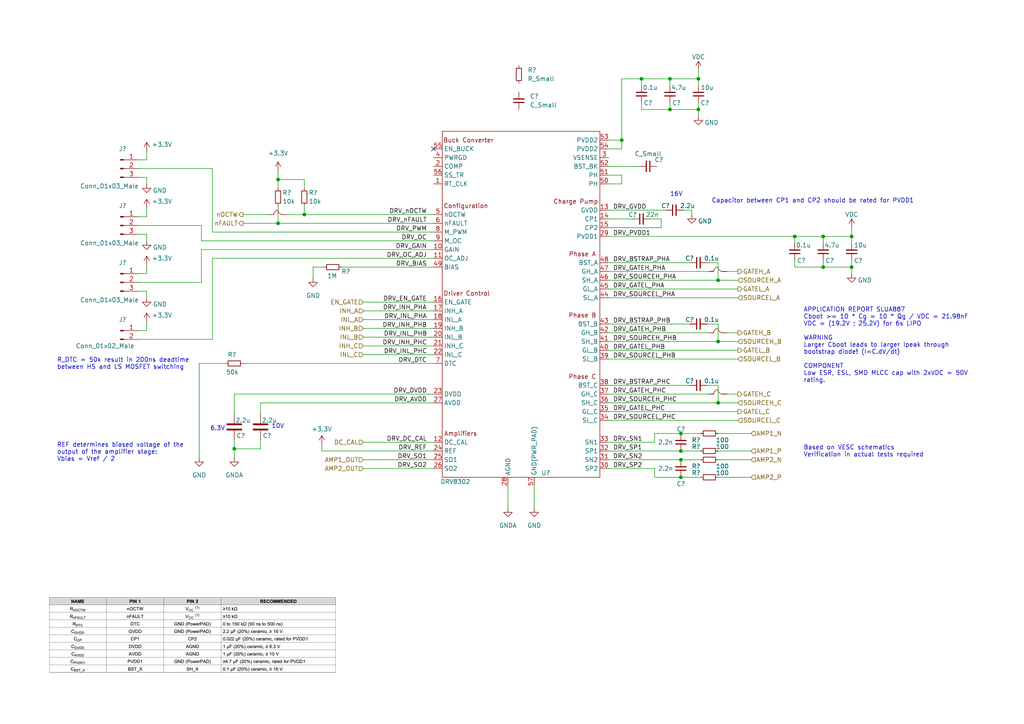
<source format=kicad_sch>
(kicad_sch (version 20211123) (generator eeschema)
  (paper "A4")
  (title_block (title "Mosfet Driver") (date "2022-08-13") (rev "1.0"))
  (lib_symbols
    (symbol "Connector:Conn_01x02_Male" (pin_names (offset 1.016) hide)
      (property "Reference" "J" (at 0 2.54 0))
      (property "Value" "Conn_01x02_Male" (at 0 -5.08 0))
      (symbol "Conn_01x02_Male_1_1"
        (polyline (pts (xy 1.27 -2.54) (xy 0.8636 -2.54)) (stroke (width 0.1524)))
        (polyline (pts (xy 1.27 0) (xy 0.8636 0)) (stroke (width 0.1524)))
        (rectangle (start 0.8636 -2.413) (end 0 -2.667) (stroke (width 0.1524)) (fill (type outline)))
        (rectangle (start 0.8636 0.127) (end 0 -0.127) (stroke (width 0.1524)) (fill (type outline)))
        (pin passive line (at 5.08 0 180) (length 3.81) (name "Pin_1") (number "1"))
        (pin passive line (at 5.08 -2.54 180) (length 3.81) (name "Pin_2") (number "2"))
      )
    )
    (symbol "Connector:Conn_01x03_Male" (pin_names (offset 1.016) hide)
      (property "Reference" "J" (at 0 5.08 0))
      (property "Value" "Conn_01x03_Male" (at 0 -5.08 0))
      (symbol "Conn_01x03_Male_1_1"
        (polyline (pts (xy 1.27 -2.54) (xy 0.8636 -2.54)) (stroke (width 0.1524)))
        (polyline (pts (xy 1.27 0) (xy 0.8636 0)) (stroke (width 0.1524)))
        (polyline (pts (xy 1.27 2.54) (xy 0.8636 2.54)) (stroke (width 0.1524)))
        (rectangle (start 0.8636 -2.413) (end 0 -2.667) (stroke (width 0.1524)) (fill (type outline)))
        (rectangle (start 0.8636 0.127) (end 0 -0.127) (stroke (width 0.1524)) (fill (type outline)))
        (rectangle (start 0.8636 2.667) (end 0 2.413) (stroke (width 0.1524)) (fill (type outline)))
        (pin passive line (at 5.08 2.54 180) (length 3.81) (name "Pin_1") (number "1"))
        (pin passive line (at 5.08 0 180) (length 3.81) (name "Pin_2") (number "2"))
        (pin passive line (at 5.08 -2.54 180) (length 3.81) (name "Pin_3") (number "3"))
      )
    )
    (symbol "DRV8302:DRV8302"
      (property "Reference" "U" (at -21.59 50.8 0))
      (property "Value" "DRV8302" (at -19.05 -52.07 0))
      (symbol "DRV8302_0_0"
        (text "Amplifiers" (at -17.526 -38.1 0) (effects (font (size 1.27 1.27))))
        (text "Buck Converter" (at -15.24 46.99 0) (effects (font (size 1.27 1.27))))
        (text "Charge Pump" (at 15.875 29.21 0) (effects (font (size 1.27 1.27))))
        (text "Configuration" (at -16.002 27.94 0) (effects (font (size 1.27 1.27))))
        (text "Driver Control" (at -15.748 2.54 0) (effects (font (size 1.27 1.27))))
        (text "Phase A" (at 17.78 13.97 0) (effects (font (size 1.27 1.27))))
        (text "Phase B" (at 17.78 -3.81 0) (effects (font (size 1.27 1.27))))
        (text "Phase C" (at 17.78 -21.59 0) (effects (font (size 1.27 1.27))))
      )
      (symbol "DRV8302_0_1"
        (rectangle (start -22.86 49.53) (end 22.86 -50.8))
      )
      (symbol "DRV8302_1_1"
        (pin input line (at -25.4 34.29 0) (length 2.54) (name "RT_CLK") (number "1"))
        (pin unspecified line (at -25.4 15.24 0) (length 2.54) (name "GAIN") (number "10"))
        (pin input line (at -25.4 12.7 0) (length 2.54) (name "OC_ADJ") (number "11"))
        (pin input line (at -25.4 -40.64 0) (length 2.54) (name "DC_CAL") (number "12"))
        (pin passive line (at 25.4 26.67 180) (length 2.54) (name "GVDD") (number "13"))
        (pin power_in line (at 25.4 24.13 180) (length 2.54) (name "CP1") (number "14"))
        (pin power_in line (at 25.4 21.59 180) (length 2.54) (name "CP2") (number "15"))
        (pin input line (at -25.4 0 0) (length 2.54) (name "EN_GATE") (number "16"))
        (pin input line (at -25.4 -2.54 0) (length 2.54) (name "INH_A") (number "17"))
        (pin input line (at -25.4 -5.08 0) (length 2.54) (name "INL_A") (number "18"))
        (pin input line (at -25.4 -7.62 0) (length 2.54) (name "INH_B") (number "19"))
        (pin output line (at -25.4 39.37 0) (length 2.54) (name "COMP") (number "2"))
        (pin input line (at -25.4 -10.16 0) (length 2.54) (name "INL_B") (number "20"))
        (pin input line (at -25.4 -12.7 0) (length 2.54) (name "INH_C") (number "21"))
        (pin input line (at -25.4 -15.24 0) (length 2.54) (name "INL_C") (number "22"))
        (pin passive line (at -25.4 -26.67 0) (length 2.54) (name "DVDD") (number "23"))
        (pin input line (at -25.4 -43.18 0) (length 2.54) (name "REF") (number "24"))
        (pin output line (at -25.4 -45.72 0) (length 2.54) (name "SO1") (number "25"))
        (pin output line (at -25.4 -48.26 0) (length 2.54) (name "SO2") (number "26"))
        (pin passive line (at -25.4 -29.21 0) (length 2.54) (name "AVDD") (number "27"))
        (pin power_in line (at -3.81 -53.34 90) (length 2.54) (name "AGND") (number "28"))
        (pin power_in line (at 25.4 19.05 180) (length 2.54) (name "PVDD1") (number "29"))
        (pin input line (at 25.4 41.91 180) (length 2.54) (name "VSENSE") (number "3"))
        (pin input line (at 25.4 -48.26 180) (length 2.54) (name "SP2") (number "30"))
        (pin input line (at 25.4 -45.72 180) (length 2.54) (name "SN2") (number "31"))
        (pin input line (at 25.4 -43.18 180) (length 2.54) (name "SP1") (number "32"))
        (pin input line (at 25.4 -40.64 180) (length 2.54) (name "SN1") (number "33"))
        (pin input line (at 25.4 -34.29 180) (length 2.54) (name "SL_C") (number "34"))
        (pin output line (at 25.4 -31.75 180) (length 2.54) (name "GL_C") (number "35"))
        (pin input line (at 25.4 -29.21 180) (length 2.54) (name "SH_C") (number "36"))
        (pin output line (at 25.4 -26.67 180) (length 2.54) (name "GH_C") (number "37"))
        (pin power_in line (at 25.4 -24.13 180) (length 2.54) (name "BST_C") (number "38"))
        (pin input line (at 25.4 -16.51 180) (length 2.54) (name "SL_B") (number "39"))
        (pin input line (at -25.4 41.91 0) (length 2.54) (name "PWRGD") (number "4"))
        (pin output line (at 25.4 -13.97 180) (length 2.54) (name "GL_B") (number "40"))
        (pin input line (at 25.4 -11.43 180) (length 2.54) (name "SH_B") (number "41"))
        (pin output line (at 25.4 -8.89 180) (length 2.54) (name "GH_B") (number "42"))
        (pin power_in line (at 25.4 -6.35 180) (length 2.54) (name "BST_B") (number "43"))
        (pin input line (at 25.4 1.27 180) (length 2.54) (name "SL_A") (number "44"))
        (pin output line (at 25.4 3.81 180) (length 2.54) (name "GL_A") (number "45"))
        (pin input line (at 25.4 6.35 180) (length 2.54) (name "SH_A") (number "46"))
        (pin output line (at 25.4 8.89 180) (length 2.54) (name "GH_A") (number "47"))
        (pin power_in line (at 25.4 11.43 180) (length 2.54) (name "BST_A") (number "48"))
        (pin input line (at -25.4 10.16 0) (length 2.54) (name "BIAS") (number "49"))
        (pin output line (at -25.4 25.4 0) (length 2.54) (name "nOCTW") (number "5"))
        (pin output line (at 25.4 34.29 180) (length 2.54) (name "PH") (number "50"))
        (pin output line (at 25.4 36.83 180) (length 2.54) (name "PH") (number "51"))
        (pin input line (at 25.4 39.37 180) (length 2.54) (name "BST_BK") (number "52"))
        (pin power_in line (at 25.4 46.99 180) (length 2.54) (name "PVDD2") (number "53"))
        (pin power_in line (at 25.4 44.45 180) (length 2.54) (name "PVDD2") (number "54"))
        (pin input line (at -25.4 44.45 0) (length 2.54) (name "EN_BUCK") (number "55"))
        (pin input line (at -25.4 36.83 0) (length 2.54) (name "SS_TR") (number "56"))
        (pin power_in line (at 3.81 -53.34 90) (length 2.54) (name "GND(PWR_PAD)") (number "57"))
        (pin output line (at -25.4 22.86 0) (length 2.54) (name "nFAULT") (number "6"))
        (pin input line (at -25.4 -17.78 0) (length 2.54) (name "DTC") (number "7"))
        (pin input line (at -25.4 20.32 0) (length 2.54) (name "M_PWM") (number "8"))
        (pin input line (at -25.4 17.78 0) (length 2.54) (name "M_OC") (number "9"))
      )
    )
    (symbol "Device:C" (pin_numbers hide) (pin_names (offset 0.254))
      (property "Reference" "C" (at 0.635 2.54 0))
      (property "Value" "C" (at 0.635 -2.54 0))
      (symbol "C_0_1"
        (polyline (pts (xy -2.032 -0.762) (xy 2.032 -0.762)) (stroke (width 0.508)))
        (polyline (pts (xy -2.032 0.762) (xy 2.032 0.762)) (stroke (width 0.508)))
      )
      (symbol "C_1_1"
        (pin passive line (at 0 3.81 270) (length 2.794) (name "~") (number "1"))
        (pin passive line (at 0 -3.81 90) (length 2.794) (name "~") (number "2"))
      )
    )
    (symbol "Device:C_Small" (pin_numbers hide) (pin_names (offset 0.254) hide)
      (property "Reference" "C" (at 0.254 1.778 0))
      (property "Value" "C_Small" (at 0.254 -2.032 0))
      (symbol "C_Small_0_1"
        (polyline (pts (xy -1.524 -0.508) (xy 1.524 -0.508)) (stroke (width 0.3302)))
        (polyline (pts (xy -1.524 0.508) (xy 1.524 0.508)) (stroke (width 0.3048)))
      )
      (symbol "C_Small_1_1"
        (pin passive line (at 0 2.54 270) (length 2.032) (name "~") (number "1"))
        (pin passive line (at 0 -2.54 90) (length 2.032) (name "~") (number "2"))
      )
    )
    (symbol "Device:R_Small" (pin_numbers hide) (pin_names (offset 0.254) hide)
      (property "Reference" "R" (at 0.762 0.508 0))
      (property "Value" "R_Small" (at 0.762 -1.016 0))
      (symbol "R_Small_0_1"
        (rectangle (start -0.762 1.778) (end 0.762 -1.778) (stroke (width 0.2032)))
      )
      (symbol "R_Small_1_1"
        (pin passive line (at 0 2.54 270) (length 0.762) (name "~") (number "1"))
        (pin passive line (at 0 -2.54 90) (length 0.762) (name "~") (number "2"))
      )
    )
    (symbol "RF_Module:HOP" (in_bom no) (on_board no)
      (symbol "HOP_0_1"
        (arc (start 0 1.27) (mid -0.898 0.898) (end -1.27 0))
        (arc (start 0 1.27) (mid -0.898 -0.898) (end 1.27 0))
      )
      (symbol "HOP_1_1"
        (pin unspecified line (at -2.54 0 0) (length 1.27) (name "") (number ""))
        (pin unspecified line (at 2.54 0 180) (length 1.27) (name "") (number ""))
      )
    )
    (symbol "power:+3.3V" (power) (pin_names (offset 0))
      (property "Value" "+3.3V" (at 0 3.556 0))
      (symbol "+3.3V_0_1"
        (polyline (pts (xy -0.762 1.27) (xy 0 2.54)))
        (polyline (pts (xy 0 0) (xy 0 2.54)))
        (polyline (pts (xy 0 2.54) (xy 0.762 1.27)))
      )
      (symbol "+3.3V_1_1"
        (pin power_in line (at 0 0 90) (length 0) hide (name "+3.3V") (number "1"))
      )
    )
    (symbol "power:GND" (power) (pin_names (offset 0))
      (property "Value" "GND" (at 0 -3.81 0))
      (symbol "GND_0_1"
        (polyline (pts (xy 0 0) (xy 0 -1.27) (xy 1.27 -1.27) (xy 0 -2.54) (xy -1.27 -1.27) (xy 0 -1.27)))
      )
      (symbol "GND_1_1"
        (pin power_in line (at 0 0 270) (length 0) hide (name "GND") (number "1"))
      )
    )
    (symbol "power:GNDA" (power) (pin_names (offset 0))
      (property "Value" "GNDA" (at 0 -3.81 0))
      (symbol "GNDA_0_1"
        (polyline (pts (xy 0 0) (xy 0 -1.27) (xy 1.27 -1.27) (xy 0 -2.54) (xy -1.27 -1.27) (xy 0 -1.27)))
      )
      (symbol "GNDA_1_1"
        (pin power_in line (at 0 0 270) (length 0) hide (name "GNDA") (number "1"))
      )
    )
    (symbol "power:VDC" (power) (pin_names (offset 0))
      (property "Value" "VDC" (at 0 6.35 0))
      (symbol "VDC_0_1"
        (polyline (pts (xy -0.762 1.27) (xy 0 2.54)))
        (polyline (pts (xy 0 0) (xy 0 2.54)))
        (polyline (pts (xy 0 2.54) (xy 0.762 1.27)))
      )
      (symbol "VDC_1_1"
        (pin power_in line (at 0 0 90) (length 0) hide (name "VDC") (number "1"))
      )
    )
  )
  (junction (at 80.645 52.07))
  (junction (at 197.485 138.43))
  (junction (at 208.28 99.06))
  (junction (at 194.31 22.86))
  (junction (at 247.015 68.58))
  (junction (at 208.28 116.84))
  (junction (at 230.505 68.58))
  (junction (at 238.76 77.47))
  (junction (at 197.485 133.35))
  (junction (at 197.485 130.81))
  (junction (at 186.055 22.86))
  (junction (at 194.31 31.75))
  (junction (at 180.34 40.64))
  (junction (at 238.76 68.58))
  (junction (at 88.265 62.23))
  (junction (at 202.565 31.75))
  (junction (at 197.485 125.73))
  (junction (at 80.645 64.77))
  (junction (at 247.015 77.47))
  (junction (at 202.565 22.86))
  (junction (at 67.945 130.175))
  (junction (at 208.28 81.28))
  (no_connect (at 125.73 43.18))
  (wire (pts (xy 186.055 22.86) (xy 186.055 24.765)))
  (wire (pts (xy 61.595 48.895) (xy 40.005 48.895)))
  (wire (pts (xy 40.005 67.945) (xy 42.545 67.945)))
  (wire (pts (xy 105.41 100.33) (xy 125.73 100.33)))
  (wire (pts (xy 67.945 130.175) (xy 67.945 127.635)))
  (wire (pts (xy 205.105 76.2) (xy 208.28 76.2)))
  (wire (pts (xy 208.28 130.81) (xy 217.805 130.81)))
  (wire (pts (xy 208.28 138.43) (xy 217.805 138.43)))
  (wire (pts (xy 40.005 51.435) (xy 42.545 51.435)))
  (wire (pts (xy 176.53 53.34) (xy 180.34 53.34)))
  (wire (pts (xy 197.485 138.43) (xy 203.2 138.43)))
  (wire (pts (xy 176.53 111.76) (xy 200.025 111.76)))
  (wire (pts (xy 105.41 87.63) (xy 125.73 87.63)))
  (wire (pts (xy 176.53 104.14) (xy 213.995 104.14)))
  (wire (pts (xy 176.53 130.81) (xy 197.485 130.81)))
  (wire (pts (xy 208.28 116.84) (xy 213.995 116.84)))
  (wire (pts (xy 176.53 83.82) (xy 213.995 83.82)))
  (wire (pts (xy 176.53 114.3) (xy 205.74 114.3)))
  (wire (pts (xy 189.865 135.89) (xy 189.865 138.43)))
  (wire (pts (xy 202.565 20.32) (xy 202.565 22.86)))
  (wire (pts (xy 202.565 24.765) (xy 202.565 22.86)))
  (wire (pts (xy 176.53 99.06) (xy 208.28 99.06)))
  (wire (pts (xy 230.505 68.58) (xy 238.76 68.58)))
  (wire (pts (xy 186.055 29.845) (xy 186.055 31.75)))
  (wire (pts (xy 105.41 102.87) (xy 125.73 102.87)))
  (wire (pts (xy 247.015 77.47) (xy 247.015 79.375)))
  (wire (pts (xy 125.73 130.81) (xy 93.345 130.81)))
  (wire (pts (xy 105.41 128.27) (xy 125.73 128.27)))
  (wire (pts (xy 210.82 78.74) (xy 213.995 78.74)))
  (wire (pts (xy 176.53 40.64) (xy 180.34 40.64)))
  (wire (pts (xy 80.645 49.53) (xy 80.645 52.07)))
  (wire (pts (xy 176.53 48.26) (xy 185.42 48.26)))
  (wire (pts (xy 70.485 64.77) (xy 80.645 64.77)))
  (wire (pts (xy 75.565 116.84) (xy 125.73 116.84)))
  (wire (pts (xy 176.53 93.98) (xy 200.025 93.98)))
  (wire (pts (xy 70.485 105.41) (xy 125.73 105.41)))
  (wire (pts (xy 42.545 79.375) (xy 42.545 76.835)))
  (wire (pts (xy 83.185 62.23) (xy 88.265 62.23)))
  (wire (pts (xy 176.53 96.52) (xy 205.74 96.52)))
  (wire (pts (xy 230.505 75.565) (xy 230.505 77.47)))
  (wire (pts (xy 197.485 130.81) (xy 203.2 130.81)))
  (wire (pts (xy 67.945 114.3) (xy 67.945 120.015)))
  (wire (pts (xy 197.485 133.35) (xy 203.2 133.35)))
  (wire (pts (xy 176.53 121.92) (xy 213.995 121.92)))
  (wire (pts (xy 176.53 50.8) (xy 180.34 50.8)))
  (wire (pts (xy 189.865 125.73) (xy 197.485 125.73)))
  (wire (pts (xy 205.105 93.98) (xy 208.28 93.98)))
  (wire (pts (xy 61.595 98.425) (xy 40.005 98.425)))
  (wire (pts (xy 61.595 48.895) (xy 61.595 67.31)))
  (wire (pts (xy 176.53 135.89) (xy 189.865 135.89)))
  (wire (pts (xy 42.545 46.355) (xy 42.545 43.815)))
  (wire (pts (xy 238.76 77.47) (xy 247.015 77.47)))
  (wire (pts (xy 194.31 22.86) (xy 194.31 24.765)))
  (wire (pts (xy 90.805 77.47) (xy 93.98 77.47)))
  (wire (pts (xy 125.73 67.31) (xy 61.595 67.31)))
  (wire (pts (xy 197.485 125.73) (xy 203.2 125.73)))
  (wire (pts (xy 208.28 76.2) (xy 208.28 81.28)))
  (wire (pts (xy 105.41 133.35) (xy 125.73 133.35)))
  (wire (pts (xy 176.53 81.28) (xy 208.28 81.28)))
  (wire (pts (xy 247.015 66.04) (xy 247.015 68.58)))
  (wire (pts (xy 186.055 31.75) (xy 194.31 31.75)))
  (wire (pts (xy 125.73 69.85) (xy 58.42 69.85)))
  (wire (pts (xy 176.53 119.38) (xy 213.995 119.38)))
  (wire (pts (xy 105.41 90.17) (xy 125.73 90.17)))
  (wire (pts (xy 40.005 62.865) (xy 42.545 62.865)))
  (wire (pts (xy 58.42 69.85) (xy 58.42 65.405)))
  (wire (pts (xy 88.265 62.23) (xy 125.73 62.23)))
  (wire (pts (xy 42.545 62.865) (xy 42.545 60.325)))
  (wire (pts (xy 180.34 40.64) (xy 180.34 43.18)))
  (wire (pts (xy 194.31 31.75) (xy 202.565 31.75)))
  (wire (pts (xy 176.53 133.35) (xy 197.485 133.35)))
  (wire (pts (xy 247.015 70.485) (xy 247.015 68.58)))
  (wire (pts (xy 105.41 92.71) (xy 125.73 92.71)))
  (wire (pts (xy 247.015 75.565) (xy 247.015 77.47)))
  (wire (pts (xy 176.53 86.36) (xy 213.995 86.36)))
  (wire (pts (xy 191.77 63.5) (xy 188.595 63.5)))
  (wire (pts (xy 176.53 128.27) (xy 189.865 128.27)))
  (wire (pts (xy 176.53 60.96) (xy 193.04 60.96)))
  (wire (pts (xy 80.645 52.07) (xy 80.645 54.61)))
  (wire (pts (xy 154.94 140.97) (xy 154.94 147.32)))
  (wire (pts (xy 70.485 62.23) (xy 78.105 62.23)))
  (wire (pts (xy 57.785 132.715) (xy 57.785 105.41)))
  (wire (pts (xy 147.32 140.97) (xy 147.32 147.32)))
  (wire (pts (xy 58.42 72.39) (xy 58.42 81.915)))
  (wire (pts (xy 40.005 46.355) (xy 42.545 46.355)))
  (wire (pts (xy 238.76 68.58) (xy 238.76 70.485)))
  (wire (pts (xy 176.53 66.04) (xy 191.77 66.04)))
  (wire (pts (xy 42.545 95.885) (xy 42.545 93.345)))
  (wire (pts (xy 186.055 22.86) (xy 194.31 22.86)))
  (wire (pts (xy 208.28 133.35) (xy 217.805 133.35)))
  (wire (pts (xy 180.34 22.86) (xy 180.34 40.64)))
  (wire (pts (xy 42.545 84.455) (xy 42.545 86.36)))
  (wire (pts (xy 200.66 60.96) (xy 200.66 62.23)))
  (wire (pts (xy 80.645 64.77) (xy 125.73 64.77)))
  (wire (pts (xy 189.865 128.27) (xy 189.865 125.73)))
  (wire (pts (xy 57.785 105.41) (xy 65.405 105.41)))
  (wire (pts (xy 88.265 54.61) (xy 88.265 52.07)))
  (wire (pts (xy 105.41 95.25) (xy 125.73 95.25)))
  (wire (pts (xy 208.28 81.28) (xy 213.995 81.28)))
  (wire (pts (xy 202.565 31.75) (xy 202.565 33.655)))
  (wire (pts (xy 189.865 138.43) (xy 197.485 138.43)))
  (wire (pts (xy 176.53 101.6) (xy 213.995 101.6)))
  (wire (pts (xy 40.005 79.375) (xy 42.545 79.375)))
  (wire (pts (xy 191.77 66.04) (xy 191.77 63.5)))
  (wire (pts (xy 67.945 130.175) (xy 67.945 132.715)))
  (wire (pts (xy 176.53 68.58) (xy 230.505 68.58)))
  (wire (pts (xy 42.545 51.435) (xy 42.545 53.34)))
  (wire (pts (xy 202.565 29.845) (xy 202.565 31.75)))
  (wire (pts (xy 176.53 76.2) (xy 200.025 76.2)))
  (wire (pts (xy 40.005 95.885) (xy 42.545 95.885)))
  (wire (pts (xy 238.76 75.565) (xy 238.76 77.47)))
  (wire (pts (xy 58.42 81.915) (xy 40.005 81.915)))
  (wire (pts (xy 42.545 67.945) (xy 42.545 69.85)))
  (wire (pts (xy 125.73 114.3) (xy 67.945 114.3)))
  (wire (pts (xy 210.82 96.52) (xy 213.995 96.52)))
  (wire (pts (xy 198.12 60.96) (xy 200.66 60.96)))
  (wire (pts (xy 176.53 78.74) (xy 205.74 78.74)))
  (wire (pts (xy 180.34 50.8) (xy 180.34 53.34)))
  (wire (pts (xy 210.82 114.3) (xy 213.995 114.3)))
  (wire (pts (xy 202.565 22.86) (xy 194.31 22.86)))
  (wire (pts (xy 105.41 97.79) (xy 125.73 97.79)))
  (wire (pts (xy 208.28 116.84) (xy 208.28 111.76)))
  (wire (pts (xy 61.595 74.93) (xy 61.595 98.425)))
  (wire (pts (xy 247.015 68.58) (xy 238.76 68.58)))
  (wire (pts (xy 208.28 99.06) (xy 208.28 93.98)))
  (wire (pts (xy 205.105 111.76) (xy 208.28 111.76)))
  (wire (pts (xy 99.06 77.47) (xy 125.73 77.47)))
  (wire (pts (xy 230.505 77.47) (xy 238.76 77.47)))
  (wire (pts (xy 88.265 62.23) (xy 88.265 59.69)))
  (wire (pts (xy 75.565 127.635) (xy 75.565 130.175)))
  (wire (pts (xy 176.53 116.84) (xy 208.28 116.84)))
  (wire (pts (xy 230.505 68.58) (xy 230.505 70.485)))
  (wire (pts (xy 208.28 99.06) (xy 213.995 99.06)))
  (wire (pts (xy 58.42 65.405) (xy 40.005 65.405)))
  (wire (pts (xy 194.31 29.845) (xy 194.31 31.75)))
  (wire (pts (xy 88.265 52.07) (xy 80.645 52.07)))
  (wire (pts (xy 180.34 22.86) (xy 186.055 22.86)))
  (wire (pts (xy 176.53 63.5) (xy 183.515 63.5)))
  (wire (pts (xy 40.005 84.455) (xy 42.545 84.455)))
  (wire (pts (xy 208.28 125.73) (xy 217.805 125.73)))
  (wire (pts (xy 176.53 43.18) (xy 180.34 43.18)))
  (wire (pts (xy 125.73 74.93) (xy 61.595 74.93)))
  (wire (pts (xy 90.805 80.645) (xy 90.805 77.47)))
  (wire (pts (xy 80.645 64.77) (xy 80.645 59.69)))
  (wire (pts (xy 75.565 116.84) (xy 75.565 120.015)))
  (wire (pts (xy 58.42 72.39) (xy 125.73 72.39)))
  (wire (pts (xy 67.945 130.175) (xy 75.565 130.175)))
  (wire (pts (xy 93.345 130.81) (xy 93.345 128.905)))
  (wire (pts (xy 105.41 135.89) (xy 125.73 135.89)))
  (image (at 55.88 184.15) (scale 0.655336))
  (text "6.3V" (at 60.96 125.095 0) (effects (font (size 1.27 1.27)) (justify left bottom)))
  (text "Capacitor between CP1 and CP2 should be rated for PVDD1" (at 206.375 59.055 0) (effects (font (size 1.27 1.27)) (justify left bottom)))
  (text "10V" (at 78.74 124.46 0) (effects (font (size 1.27 1.27)) (justify left bottom)))
  (text "Based on VESC schematics\nVerification in actual tests required" (at 233.045 132.715 0) (effects (font (size 1.27 1.27)) (justify left bottom)))
  (text "R_DTC = 50k result in 200ns deadtime \nbetween HS and LS MOSFET switching" (at 16.51 107.315 0) (effects (font (size 1.27 1.27)) (justify left bottom)))
  (text "REF determines biased voltage of the \noutput of the amplifier stage: \nVbias = Vref / 2" (at 16.51 133.985 0) (effects (font (size 1.27 1.27)) (justify left bottom)))
  (text "APPLICATION REPORT SLUA887\nCboot >= 10 * Cg = 10 * Qg / VDC = 21.98nF\nVDC = (19.2V ; 25.2V) for 6s LIPO\n\nWARNING\nLarger Cboot leads to larger Ipeak through \nbootstrap diode! (I=C.dV/dt)\n\nCOMPONENT\nLow ESR, ESL, SMD MLCC cap with 2xVDC = 50V \nrating." (at 233.045 111.125 0) (effects (font (size 1.27 1.27)) (justify left bottom)))
  (text "16V" (at 194.31 57.15 0) (effects (font (size 1.27 1.27)) (justify left bottom)))
  (label "DRV_DTC" (at 123.825 105.41 180))
  (label "DRV_SOURCEL_PHC" (at 177.8 121.92 0))
  (label "DRV_AVDD" (at 123.825 116.84 180))
  (label "DRV_DC_CAL" (at 123.825 128.27 180))
  (label "DRV_SN2" (at 177.8 133.35 0))
  (label "DRV_GATEL_PHC" (at 177.8 119.38 0))
  (label "DRV_GATEL_PHB" (at 177.8 101.6 0))
  (label "DRV_INL_PHB" (at 123.8908 97.79 180))
  (label "DRV_SOURCEH_PHB" (at 177.8 99.06 0))
  (label "DRV_SN1" (at 177.8 128.27 0))
  (label "DRV_INH_PHA" (at 123.7592 90.17 180))
  (label "DRV_BSTRAP_PHB" (at 177.8 93.98 0))
  (label "DRV_DVDD" (at 123.825 114.3 180))
  (label "DRV_OC" (at 123.825 69.85 180))
  (label "DRV_BSTRAP_PHA" (at 177.8 76.2 0))
  (label "DRV_PWM" (at 123.825 67.31 180))
  (label "DRV_SP1" (at 177.8 130.81 0))
  (label "DRV_GATEH_PHC" (at 177.8 114.3 0))
  (label "DRV_SOURCEH_PHC" (at 177.8 116.84 0))
  (label "DRV_INL_PHA" (at 123.825 92.71 180))
  (label "DRV_BIAS" (at 123.825 77.47 180))
  (label "DRV_EN_GATE" (at 123.825 87.63 180))
  (label "DRV_INH_PHB" (at 123.825 95.25 180))
  (label "DRV_PVDD1" (at 177.8 68.58 0))
  (label "DRV_SP2" (at 177.8 135.89 0))
  (label "DRV_nOCTW" (at 123.825 62.23 180))
  (label "DRV_REF" (at 123.825 130.81 180))
  (label "DRV_INL_PHC" (at 123.8908 102.87 180))
  (label "DRV_GATEH_PHA" (at 177.8 78.74 0))
  (label "DRV_SOURCEH_PHA" (at 177.8 81.28 0))
  (label "DRV_OC_ADJ" (at 123.825 74.93 180))
  (label "DRV_SO1" (at 123.825 133.35 180))
  (label "DRV_GAIN" (at 123.825 72.39 180))
  (label "DRV_GATEL_PHA" (at 177.8 83.82 0))
  (label "DRV_nFAULT" (at 123.825 64.77 180))
  (label "DRV_SO2" (at 123.825 135.89 180))
  (label "DRV_BSTRAP_PHC" (at 177.8 111.76 0))
  (label "DRV_INH_PHC" (at 123.825 100.33 180))
  (label "DRV_GVDD" (at 177.8 60.96 0))
  (label "DRV_GATEH_PHB" (at 177.8 96.52 0))
  (label "DRV_SOURCEL_PHB" (at 177.8 104.14 0))
  (label "DRV_SOURCEL_PHA" (at 177.8 86.36 0))
  (hierarchical_label "DC_CAL" (shape input) (at 105.41 128.27 180))
  (hierarchical_label "GATEL_C" (shape output) (at 213.995 119.38 0))
  (hierarchical_label "SOURCEH_C" (shape input) (at 213.995 116.84 0))
  (hierarchical_label "SOURCEL_A" (shape input) (at 213.995 86.36 0))
  (hierarchical_label "GATEH_B" (shape output) (at 213.995 96.52 0))
  (hierarchical_label "SOURCEL_B" (shape input) (at 213.995 104.14 0))
  (hierarchical_label "AMP1_OUT" (shape input) (at 105.41 133.35 180))
  (hierarchical_label "nFAULT" (shape output) (at 70.485 64.77 180))
  (hierarchical_label "INH_B" (shape input) (at 105.41 95.25 180))
  (hierarchical_label "SOURCEH_A" (shape input) (at 213.995 81.28 0))
  (hierarchical_label "AMP1_N" (shape input) (at 217.805 125.73 0))
  (hierarchical_label "INL_B" (shape input) (at 105.41 97.79 180))
  (hierarchical_label "INL_C" (shape input) (at 105.41 102.87 180))
  (hierarchical_label "SOURCEH_B" (shape input) (at 213.995 99.06 0))
  (hierarchical_label "GATEL_B" (shape output) (at 213.995 101.6 0))
  (hierarchical_label "GATEH_C" (shape output) (at 213.995 114.3 0))
  (hierarchical_label "AMP2_OUT" (shape input) (at 105.41 135.89 180))
  (hierarchical_label "AMP1_P" (shape input) (at 217.805 130.81 0))
  (hierarchical_label "GATEH_A" (shape output) (at 213.995 78.74 0))
  (hierarchical_label "INH_A" (shape input) (at 105.41 90.17 180))
  (hierarchical_label "AMP2_N" (shape input) (at 217.805 133.35 0))
  (hierarchical_label "INL_A" (shape input) (at 105.41 92.71 180))
  (hierarchical_label "AMP2_P" (shape input) (at 217.805 138.43 0))
  (hierarchical_label "SOURCEL_C" (shape input) (at 213.995 121.92 0))
  (hierarchical_label "GATEL_A" (shape output) (at 213.995 83.82 0))
  (hierarchical_label "nOCTW" (shape output) (at 70.485 62.23 180))
  (hierarchical_label "EN_GATE" (shape input) (at 105.41 87.63 180))
  (hierarchical_label "INH_C" (shape input) (at 105.41 100.33 180))
  (symbol (lib_id "power:GND") (at 42.545 86.36 0) (unit 1)
    (property "Reference" "#PWR?" (effects hide))
    (property "Value" "GND" (at 46.355 88.265 0))
  )
  (symbol (lib_id "DRV8302:DRV8302") (at 151.13 87.63 0) (unit 1)
    (property "Reference" "U?" (at 156.9594 137.16 0) (effects (justify left)))
    (property "Value" "DRV8302" (at 132.08 139.7 0))
    (property "Footprint" "Package_SO:HTSSOP-56-1EP_6.1x14mm_P0.5mm_EP3.61x6.35mm" (effects hide))
  )
  (symbol (lib_id "power:GND") (at 42.545 53.34 0) (unit 1)
    (property "Reference" "#PWR?" (effects hide))
    (property "Value" "GND" (at 46.355 55.245 0))
  )
  (symbol (lib_id "Device:C_Small") (at 230.505 73.025 180) (unit 1)
    (property "Reference" "C?" (at 232.41 75.565 0))
    (property "Value" "0.1u" (at 233.045 71.12 0))
  )
  (symbol (lib_id "Device:C_Small") (at 186.055 27.305 180) (unit 1)
    (property "Reference" "C?" (at 187.96 29.845 0))
    (property "Value" "0.1u" (at 188.595 25.4 0))
  )
  (symbol (lib_id "Device:R_Small") (at 205.74 130.81 90) (unit 1)
    (property "Reference" "R?" (at 203.2 129.54 90) (effects (justify left)))
    (property "Value" "100" (at 211.455 129.54 90) (effects (justify left)))
  )
  (symbol (lib_id "Device:C_Small") (at 195.58 60.96 90) (unit 1)
    (property "Reference" "C?" (at 193.04 59.69 90))
    (property "Value" "2.2u" (at 199.39 59.69 90))
  )
  (symbol (lib_id "Device:C_Small") (at 202.565 93.98 90) (unit 1)
    (property "Reference" "C?" (at 200.025 92.71 90))
    (property "Value" "0.1u" (at 206.375 92.71 90))
  )
  (symbol (lib_id "Device:C_Small") (at 202.565 27.305 180) (unit 1)
    (property "Reference" "C?" (at 204.47 29.845 0))
    (property "Value" "10u" (at 205.105 25.4 0))
  )
  (symbol (lib_id "power:+3.3V") (at 42.545 76.835 0) (unit 1)
    (property "Reference" "#PWR?" (effects hide))
    (property "Value" "+3.3V" (at 46.99 74.93 0))
  )
  (symbol (lib_id "Device:C_Small") (at 150.495 29.21 180) (unit 1)
    (property "Reference" "C?" (at 153.67 27.9335 0) (effects (justify right)))
    (property "Value" "C_Small" (at 153.67 30.4735 0) (effects (justify right)))
  )
  (symbol (lib_id "Device:R_Small") (at 205.74 133.35 90) (unit 1)
    (property "Reference" "R?" (at 203.2 135.255 90) (effects (justify left)))
    (property "Value" "100" (at 211.455 135.255 90) (effects (justify left)))
  )
  (symbol (lib_id "power:VDC") (at 247.015 66.04 0) (unit 1)
    (property "Reference" "#PWR0107" (effects hide))
    (property "Value" "VDC" (at 247.015 62.23 0))
  )
  (symbol (lib_id "Device:C_Small") (at 197.485 128.27 180) (unit 1)
    (property "Reference" "C?" (at 197.485 124.46 0))
    (property "Value" "2.2n" (at 193.04 128.27 0))
  )
  (symbol (lib_id "power:GNDA") (at 147.32 147.32 0) (unit 1)
    (property "Reference" "#PWR0105" (effects hide))
    (property "Value" "GNDA" (at 147.32 152.4 0))
  )
  (symbol (lib_id "power:+3.3V") (at 42.545 93.345 0) (unit 1)
    (property "Reference" "#PWR?" (effects hide))
    (property "Value" "+3.3V" (at 46.99 91.44 0))
  )
  (symbol (lib_id "power:GND") (at 57.785 132.715 0) (unit 1)
    (property "Reference" "#PWR0102" (effects hide))
    (property "Value" "GND" (at 57.785 137.795 0))
  )
  (symbol (lib_id "power:GNDA") (at 67.945 132.715 0) (unit 1)
    (property "Reference" "#PWR0103" (effects hide))
    (property "Value" "GNDA" (at 67.945 137.795 0))
  )
  (symbol (lib_id "Connector:Conn_01x02_Male") (at 34.925 95.885 0) (unit 1)
    (property "Reference" "J?" (at 35.56 92.71 0))
    (property "Value" "Conn_01x02_Male" (at 30.48 100.33 0))
  )
  (symbol (lib_id "RF_Module:HOP") (at 208.28 96.52 0) (unit 1) (in_bom no) (on_board no)
    (property "Reference" "H?" (effects hide))
    (property "Value" "HOP" (effects hide))
  )
  (symbol (lib_id "Device:R_Small") (at 80.645 57.15 0) (unit 1)
    (property "Reference" "R?" (at 81.915 55.88 0) (effects (justify left)))
    (property "Value" "10k" (at 81.915 58.42 0) (effects (justify left)))
  )
  (symbol (lib_id "power:VDC") (at 202.565 20.32 0) (unit 1)
    (property "Reference" "#PWR?" (effects hide))
    (property "Value" "VDC" (at 202.565 16.51 0))
  )
  (symbol (lib_id "Device:R_Small") (at 205.74 125.73 90) (unit 1)
    (property "Reference" "R?" (at 203.2 127.635 90) (effects (justify left)))
    (property "Value" "100" (at 211.455 127.635 90) (effects (justify left)))
  )
  (symbol (lib_id "Device:R_Small") (at 150.495 21.59 0) (unit 1)
    (property "Reference" "R?" (at 153.035 20.3199 0) (effects (justify left)))
    (property "Value" "R_Small" (at 153.035 22.8599 0) (effects (justify left)))
  )
  (symbol (lib_id "power:+3.3V") (at 80.645 49.53 0) (unit 1)
    (property "Reference" "#PWR0101" (effects hide))
    (property "Value" "+3.3V" (at 80.645 44.45 0))
  )
  (symbol (lib_id "power:+3.3V") (at 93.345 128.905 0) (unit 1)
    (property "Reference" "#PWR?" (effects hide))
    (property "Value" "+3.3V" (at 93.345 124.46 0))
  )
  (symbol (lib_id "RF_Module:HOP") (at 80.645 62.23 0) (unit 1) (in_bom no) (on_board no)
    (property "Reference" "H?" (effects hide))
    (property "Value" "HOP" (effects hide))
  )
  (symbol (lib_id "RF_Module:HOP") (at 208.28 78.74 0) (unit 1) (in_bom no) (on_board no)
    (property "Reference" "H?" (effects hide))
    (property "Value" "HOP" (effects hide))
  )
  (symbol (lib_id "Connector:Conn_01x03_Male") (at 34.925 65.405 0) (unit 1)
    (property "Reference" "J?" (at 35.56 59.69 0))
    (property "Value" "Conn_01x03_Male" (at 31.75 70.485 0))
  )
  (symbol (lib_id "Device:C") (at 67.945 123.825 180) (unit 1)
    (property "Reference" "C?" (at 69.85 126.365 0))
    (property "Value" "2.2u" (at 70.485 121.92 0))
  )
  (symbol (lib_id "Device:C_Small") (at 247.015 73.025 180) (unit 1)
    (property "Reference" "C?" (at 248.92 75.565 0))
    (property "Value" "10u" (at 249.555 71.12 0))
  )
  (symbol (lib_id "power:+3.3V") (at 42.545 43.815 0) (unit 1)
    (property "Reference" "#PWR?" (effects hide))
    (property "Value" "+3.3V" (at 46.99 41.91 0))
  )
  (symbol (lib_id "Device:C_Small") (at 186.055 63.5 90) (unit 1)
    (property "Reference" "C?" (at 183.515 62.23 90))
    (property "Value" "22n" (at 189.23 62.23 90))
  )
  (symbol (lib_id "power:GND") (at 42.545 69.85 0) (unit 1)
    (property "Reference" "#PWR?" (effects hide))
    (property "Value" "GND" (at 46.355 71.755 0))
  )
  (symbol (lib_id "Device:R_Small") (at 67.945 105.41 90) (unit 1)
    (property "Reference" "R?" (at 68.58 102.87 90) (effects (justify left)))
    (property "Value" "50k" (at 69.215 107.95 90) (effects (justify left)))
  )
  (symbol (lib_id "RF_Module:HOP") (at 208.28 114.3 0) (unit 1) (in_bom no) (on_board no)
    (property "Reference" "H?" (effects hide))
    (property "Value" "HOP" (effects hide))
  )
  (symbol (lib_id "Device:C_Small") (at 202.565 76.2 90) (unit 1)
    (property "Reference" "C?" (at 200.025 74.93 90))
    (property "Value" "0.1u" (at 206.375 74.93 90))
  )
  (symbol (lib_id "power:+3.3V") (at 42.545 60.325 0) (unit 1)
    (property "Reference" "#PWR?" (effects hide))
    (property "Value" "+3.3V" (at 46.99 58.42 0))
  )
  (symbol (lib_id "Device:C_Small") (at 194.31 27.305 180) (unit 1)
    (property "Reference" "C?" (at 196.215 29.845 0))
    (property "Value" "4.7u" (at 196.85 25.4 0))
  )
  (symbol (lib_id "Device:C") (at 75.565 123.825 180) (unit 1)
    (property "Reference" "C?" (at 77.47 126.365 0))
    (property "Value" "2.2u" (at 78.105 121.92 0))
  )
  (symbol (lib_id "Device:C_Small") (at 238.76 73.025 180) (unit 1)
    (property "Reference" "C?" (at 240.665 75.565 0))
    (property "Value" "4.7u" (at 241.3 71.12 0))
  )
  (symbol (lib_id "Device:R_Small") (at 205.74 138.43 90) (unit 1)
    (property "Reference" "R?" (at 203.2 137.16 90) (effects (justify left)))
    (property "Value" "100" (at 211.455 137.16 90) (effects (justify left)))
  )
  (symbol (lib_id "power:GND") (at 154.94 147.32 0) (unit 1)
    (property "Reference" "#PWR0104" (effects hide))
    (property "Value" "GND" (at 154.94 152.4 0))
  )
  (symbol (lib_id "Device:C_Small") (at 202.565 111.76 90) (unit 1)
    (property "Reference" "C?" (at 200.025 110.49 90))
    (property "Value" "0.1u" (at 206.375 110.49 90))
  )
  (symbol (lib_id "Device:C_Small") (at 187.96 48.26 270) (unit 1)
    (property "Reference" "C?" (at 191.135 46.355 90))
    (property "Value" "C_Small" (at 187.9536 44.613 90))
  )
  (symbol (lib_id "power:GND") (at 202.565 33.655 0) (unit 1)
    (property "Reference" "#PWR?" (effects hide))
    (property "Value" "GND" (at 206.375 35.56 0))
  )
  (symbol (lib_id "Device:R_Small") (at 88.265 57.15 0) (unit 1)
    (property "Reference" "R?" (at 89.535 55.88 0) (effects (justify left)))
    (property "Value" "10k" (at 89.535 58.42 0) (effects (justify left)))
  )
  (symbol (lib_id "Connector:Conn_01x03_Male") (at 34.925 81.915 0) (unit 1)
    (property "Reference" "J?" (at 35.56 76.2 0))
    (property "Value" "Conn_01x03_Male" (at 31.75 86.995 0))
  )
  (symbol (lib_id "power:GND") (at 90.805 80.645 0) (unit 1)
    (property "Reference" "#PWR?" (effects hide))
    (property "Value" "GND" (at 90.805 85.725 0))
  )
  (symbol (lib_id "power:GND") (at 247.015 79.375 0) (unit 1)
    (property "Reference" "#PWR0106" (effects hide))
    (property "Value" "GND" (at 250.825 81.28 0))
  )
  (symbol (lib_id "Device:C_Small") (at 197.485 135.89 180) (unit 1)
    (property "Reference" "C?" (at 197.485 140.335 0))
    (property "Value" "2.2n" (at 193.04 135.89 0))
  )
  (symbol (lib_id "power:GND") (at 200.66 62.23 0) (unit 1)
    (property "Reference" "#PWR0108" (effects hide))
    (property "Value" "GND" (at 204.47 64.135 0))
  )
  (symbol (lib_id "Device:R_Small") (at 96.52 77.47 90) (unit 1)
    (property "Reference" "R?" (at 101.6 78.74 90) (effects (justify left)))
    (property "Value" "1M" (at 97.79 80.01 90) (effects (justify left)))
  )
  (symbol (lib_id "Connector:Conn_01x03_Male") (at 34.925 48.895 0) (unit 1)
    (property "Reference" "J?" (at 35.56 43.18 0))
    (property "Value" "Conn_01x03_Male" (at 31.75 53.975 0))
  )
)
</source>
